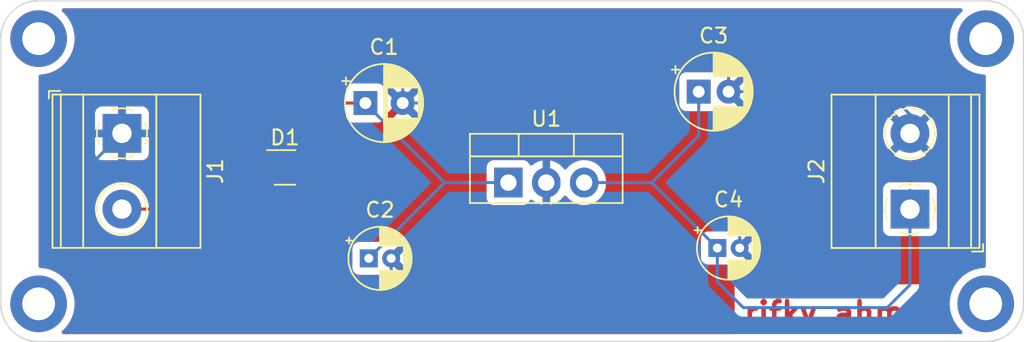
<source format=kicad_pcb>
(kicad_pcb (version 20211014) (generator pcbnew)
  (layers (0 "F.Cu" signal) (31 "B.Cu" signal) (34 "B.Paste" user) (35 "F.Paste" user) (36 "B.SilkS" user "B.Silkscreen") (37 "F.SilkS" user "F.Silkscreen") (38 "B.Mask" user) (39 "F.Mask" user) (44 "Edge.Cuts" user))
  (net 0 "")
  (net 1 "Net-(C1-Pad1)")
  (net 2 "GND")
  (net 3 "+5V")
  (net 4 "VCC")
  (footprint "MountingHole:MountingHole_2.2mm_M2_ISO14580_Pad" (layer "F.Cu") (at 134.62 66.04)
    (fp_text reference "H2" hide)
    (fp_text value "MountingHole" hide)
    (pad "1" thru_hole circle (at 0 0) (size 3.8 3.8) (drill 2.2) (layers *.Cu *.Mask))
  )
  (footprint "Capacitor_THT:CP_Radial_D5.0mm_P2.50mm" (layer "F.Cu") (at 93.028888 70.358)
    (fp_text reference "C1" (at 1.25 -3.75) (layer "F.SilkS"))
    (fp_text value "0.22 uF")
    (fp_line (start 3.851 -0.284) (end 3.851 0.284) (layer "F.SilkS") (width 0.12))
    (fp_line (start 2.171 -2.414) (end 2.171 -1.04) (layer "F.SilkS") (width 0.12))
    (fp_line (start 3.331 -1.554) (end 3.331 -1.04) (layer "F.SilkS") (width 0.12))
    (fp_line (start 2.531 -2.247) (end 2.531 -1.04) (layer "F.SilkS") (width 0.12))
    (fp_line (start 1.37 -2.578) (end 1.37 2.578) (layer "F.SilkS") (width 0.12))
    (fp_line (start 2.331 1.04) (end 2.331 2.348) (layer "F.SilkS") (width 0.12))
    (fp_line (start 1.57 1.04) (end 1.57 2.561) (layer "F.SilkS") (width 0.12))
    (fp_line (start 1.73 1.04) (end 1.73 2.536) (layer "F.SilkS") (width 0.12))
    (fp_line (start 1.69 1.04) (end 1.69 2.543) (layer "F.SilkS") (width 0.12))
    (fp_line (start 1.89 -2.501) (end 1.89 -1.04) (layer "F.SilkS") (width 0.12))
    (fp_line (start 1.77 1.04) (end 1.77 2.528) (layer "F.SilkS") (width 0.12))
    (fp_line (start 2.451 -2.29) (end 2.451 -1.04) (layer "F.SilkS") (width 0.12))
    (fp_line (start 1.93 -2.491) (end 1.93 -1.04) (layer "F.SilkS") (width 0.12))
    (fp_line (start 1.25 -2.58) (end 1.25 2.58) (layer "F.SilkS") (width 0.12))
    (fp_line (start 1.53 1.04) (end 1.53 2.565) (layer "F.SilkS") (width 0.12))
    (fp_line (start 2.371 -2.329) (end 2.371 -1.04) (layer "F.SilkS") (width 0.12))
    (fp_line (start 3.691 -0.915) (end 3.691 0.915) (layer "F.SilkS") (width 0.12))
    (fp_line (start 1.61 -2.556) (end 1.61 -1.04) (layer "F.SilkS") (width 0.12))
    (fp_line (start 2.611 1.04) (end 2.611 2.2) (layer "F.SilkS") (width 0.12))
    (fp_line (start 1.93 1.04) (end 1.93 2.491) (layer "F.SilkS") (width 0.12))
    (fp_line (start 3.491 -1.319) (end 3.491 -1.04) (layer "F.SilkS") (width 0.12))
    (fp_line (start 3.731 -0.805) (end 3.731 0.805) (layer "F.SilkS") (width 0.12))
    (fp_line (start 2.251 1.04) (end 2.251 2.382) (layer "F.SilkS") (width 0.12))
    (fp_line (start 2.131 -2.428) (end 2.131 -1.04) (layer "F.SilkS") (width 0.12))
    (fp_line (start 3.411 1.04) (end 3.411 1.443) (layer "F.SilkS") (width 0.12))
    (fp_line (start 1.85 1.04) (end 1.85 2.511) (layer "F.SilkS") (width 0.12))
    (fp_line (start 1.49 -2.569) (end 1.49 -1.04) (layer "F.SilkS") (width 0.12))
    (fp_line (start 3.531 -1.251) (end 3.531 -1.04) (layer "F.SilkS") (width 0.12))
    (fp_line (start 2.811 -2.065) (end 2.811 -1.04) (layer "F.SilkS") (width 0.12))
    (fp_line (start 2.451 1.04) (end 2.451 2.29) (layer "F.SilkS") (width 0.12))
    (fp_line (start 3.371 1.04) (end 3.371 1.5) (layer "F.SilkS") (width 0.12))
    (fp_line (start 2.571 1.04) (end 2.571 2.224) (layer "F.SilkS") (width 0.12))
    (fp_line (start 3.011 1.04) (end 3.011 1.901) (layer "F.SilkS") (width 0.12))
    (fp_line (start 2.731 1.04) (end 2.731 2.122) (layer "F.SilkS") (width 0.12))
    (fp_line (start 1.61 1.04) (end 1.61 2.556) (layer "F.SilkS") (width 0.12))
    (fp_line (start 2.211 -2.398) (end 2.211 -1.04) (layer "F.SilkS") (width 0.12))
    (fp_line (start 1.81 -2.52) (end 1.81 -1.04) (layer "F.SilkS") (width 0.12))
    (fp_line (start 2.011 1.04) (end 2.011 2.468) (layer "F.SilkS") (width 0.12))
    (fp_line (start 2.731 -2.122) (end 2.731 -1.04) (layer "F.SilkS") (width 0.12))
    (fp_line (start 3.571 -1.178) (end 3.571 1.178) (layer "F.SilkS") (width 0.12))
    (fp_line (start 3.211 1.04) (end 3.211 1.699) (layer "F.SilkS") (width 0.12))
    (fp_line (start 2.411 1.04) (end 2.411 2.31) (layer "F.SilkS") (width 0.12))
    (fp_line (start 2.491 1.04) (end 2.491 2.268) (layer "F.SilkS") (width 0.12))
    (fp_line (start 3.331 1.04) (end 3.331 1.554) (layer "F.SilkS") (width 0.12))
    (fp_line (start 3.371 -1.5) (end 3.371 -1.04) (layer "F.SilkS") (width 0.12))
    (fp_line (start 2.291 1.04) (end 2.291 2.365) (layer "F.SilkS") (width 0.12))
    (fp_line (start 1.33 -2.579) (end 1.33 2.579) (layer "F.SilkS") (width 0.12))
    (fp_line (start 2.171 1.04) (end 2.171 2.414) (layer "F.SilkS") (width 0.12))
    (fp_line (start 1.971 1.04) (end 1.971 2.48) (layer "F.SilkS") (width 0.12))
    (fp_line (start 3.011 -1.901) (end 3.011 -1.04) (layer "F.SilkS") (width 0.12))
    (fp_line (start 1.81 1.04) (end 1.81 2.52) (layer "F.SilkS") (width 0.12))
    (fp_line (start 3.291 -1.605) (end 3.291 -1.04) (layer "F.SilkS") (width 0.12))
    (fp_line (start 1.77 -2.528) (end 1.77 -1.04) (layer "F.SilkS") (width 0.12))
    (fp_line (start 1.41 -2.576) (end 1.41 2.576) (layer "F.SilkS") (width 0.12))
    (fp_line (start 3.771 -0.677) (end 3.771 0.677) (layer "F.SilkS") (width 0.12))
    (fp_line (start 2.771 1.04) (end 2.771 2.095) (layer "F.SilkS") (width 0.12))
    (fp_line (start 1.53 -2.565) (end 1.53 -1.04) (layer "F.SilkS") (width 0.12))
    (fp_line (start 1.89 1.04) (end 1.89 2.501) (layer "F.SilkS") (width 0.12))
    (fp_line (start 1.49 1.04) (end 1.49 2.569) (layer "F.SilkS") (width 0.12))
    (fp_line (start 3.211 -1.699) (end 3.211 -1.04) (layer "F.SilkS") (width 0.12))
    (fp_line (start 1.57 -2.561) (end 1.57 -1.04) (layer "F.SilkS") (width 0.12))
    (fp_line (start 3.491 1.04) (end 3.491 1.319) (layer "F.SilkS") (width 0.12))
    (fp_line (start 3.091 1.04) (end 3.091 1.826) (layer "F.SilkS") (width 0.12))
    (fp_line (start 2.131 1.04) (end 2.131 2.428) (layer "F.SilkS") (width 0.12))
    (fp_line (start 2.091 1.04) (end 2.091 2.442) (layer "F.SilkS") (width 0.12))
    (fp_line (start 3.051 1.04) (end 3.051 1.864) (layer "F.SilkS") (width 0.12))
    (fp_line (start 1.69 -2.543) (end 1.69 -1.04) (layer "F.SilkS") (width 0.12))
    (fp_line (start 3.451 1.04) (end 3.451 1.383) (layer "F.SilkS") (width 0.12))
    (fp_line (start 2.851 1.04) (end 2.851 2.035) (layer "F.SilkS") (width 0.12))
    (fp_line (start 3.131 -1.785) (end 3.131 -1.04) (layer "F.SilkS") (width 0.12))
    (fp_line (start 2.251 -2.382) (end 2.251 -1.04) (layer "F.SilkS") (width 0.12))
    (fp_line (start 2.931 -1.971) (end 2.931 -1.04) (layer "F.SilkS") (width 0.12))
    (fp_line (start 2.771 -2.095) (end 2.771 -1.04) (layer "F.SilkS") (width 0.12))
    (fp_line (start 2.091 -2.442) (end 2.091 -1.04) (layer "F.SilkS") (width 0.12))
    (fp_line (start 2.611 -2.2) (end 2.611 -1.04) (layer "F.SilkS") (width 0.12))
    (fp_line (start 2.531 1.04) (end 2.531 2.247) (layer "F.SilkS") (width 0.12))
    (fp_line (start 3.811 -0.518) (end 3.811 0.518) (layer "F.SilkS") (width 0.12))
    (fp_line (start 2.011 -2.468) (end 2.011 -1.04) (layer "F.SilkS") (width 0.12))
    (fp_line (start 1.65 1.04) (end 1.65 2.55) (layer "F.SilkS") (width 0.12))
    (fp_line (start 3.051 -1.864) (end 3.051 -1.04) (layer "F.SilkS") (width 0.12))
    (fp_line (start 3.131 1.04) (end 3.131 1.785) (layer "F.SilkS") (width 0.12))
    (fp_line (start 2.971 -1.937) (end 2.971 -1.04) (layer "F.SilkS") (width 0.12))
    (fp_line (start 3.251 -1.653) (end 3.251 -1.04) (layer "F.SilkS") (width 0.12))
    (fp_line (start 3.651 -1.011) (end 3.651 1.011) (layer "F.SilkS") (width 0.12))
    (fp_line (start 3.531 1.04) (end 3.531 1.251) (layer "F.SilkS") (width 0.12))
    (fp_line (start 1.73 -2.536) (end 1.73 -1.04) (layer "F.SilkS") (width 0.12))
    (fp_line (start 2.691 1.04) (end 2.691 2.149) (layer "F.SilkS") (width 0.12))
    (fp_line (start 2.931 1.04) (end 2.931 1.971) (layer "F.SilkS") (width 0.12))
    (fp_line (start 2.331 -2.348) (end 2.331 -1.04) (layer "F.SilkS") (width 0.12))
    (fp_line (start -1.304775 -1.725) (end -1.304775 -1.225) (layer "F.SilkS") (width 0.12))
    (fp_line (start 3.251 1.04) (end 3.251 1.653) (layer "F.SilkS") (width 0.12))
    (fp_line (start 2.051 -2.455) (end 2.051 -1.04) (layer "F.SilkS") (width 0.12))
    (fp_line (start 3.611 -1.098) (end 3.611 1.098) (layer "F.SilkS") (width 0.12))
    (fp_line (start 2.851 -2.035) (end 2.851 -1.04) (layer "F.SilkS") (width 0.12))
    (fp_line (start 3.451 -1.383) (end 3.451 -1.04) (layer "F.SilkS") (width 0.12))
    (fp_line (start 2.051 1.04) (end 2.051 2.455) (layer "F.SilkS") (width 0.12))
    (fp_line (start 3.091 -1.826) (end 3.091 -1.04) (layer "F.SilkS") (width 0.12))
    (fp_line (start 2.571 -2.224) (end 2.571 -1.04) (layer "F.SilkS") (width 0.12))
    (fp_line (start 3.171 -1.743) (end 3.171 -1.04) (layer "F.SilkS") (width 0.12))
    (fp_line (start 3.291 1.04) (end 3.291 1.605) (layer "F.SilkS") (width 0.12))
    (fp_line (start 2.651 1.04) (end 2.651 2.175) (layer "F.SilkS") (width 0.12))
    (fp_line (start 2.211 1.04) (end 2.211 2.398) (layer "F.SilkS") (width 0.12))
    (fp_line (start 2.811 1.04) (end 2.811 2.065) (layer "F.SilkS") (width 0.12))
    (fp_line (start 1.971 -2.48) (end 1.971 -1.04) (layer "F.SilkS") (width 0.12))
    (fp_line (start 3.411 -1.443) (end 3.411 -1.04) (layer "F.SilkS") (width 0.12))
    (fp_line (start 1.45 -2.573) (end 1.45 2.573) (layer "F.SilkS") (width 0.12))
    (fp_line (start 2.691 -2.149) (end 2.691 -1.04) (layer "F.SilkS") (width 0.12))
    (fp_line (start -1.554775 -1.475) (end -1.054775 -1.475) (layer "F.SilkS") (width 0.12))
    (fp_line (start 1.65 -2.55) (end 1.65 -1.04) (layer "F.SilkS") (width 0.12))
    (fp_line (start 2.651 -2.175) (end 2.651 -1.04) (layer "F.SilkS") (width 0.12))
    (fp_line (start 2.291 -2.365) (end 2.291 -1.04) (layer "F.SilkS") (width 0.12))
    (fp_line (start 2.891 1.04) (end 2.891 2.004) (layer "F.SilkS") (width 0.12))
    (fp_line (start 1.85 -2.511) (end 1.85 -1.04) (layer "F.SilkS") (width 0.12))
    (fp_line (start 1.29 -2.58) (end 1.29 2.58) (layer "F.SilkS") (width 0.12))
    (fp_line (start 2.411 -2.31) (end 2.411 -1.04) (layer "F.SilkS") (width 0.12))
    (fp_line (start 2.971 1.04) (end 2.971 1.937) (layer "F.SilkS") (width 0.12))
    (fp_line (start 2.491 -2.268) (end 2.491 -1.04) (layer "F.SilkS") (width 0.12))
    (fp_line (start 2.371 1.04) (end 2.371 2.329) (layer "F.SilkS") (width 0.12))
    (fp_line (start 3.171 1.04) (end 3.171 1.743) (layer "F.SilkS") (width 0.12))
    (fp_line (start 2.891 -2.004) (end 2.891 -1.04) (layer "F.SilkS") (width 0.12))
    (fp_circle (center 1.25 0) (end 3.87 0) (layer "F.SilkS") (width 0.12) (fill none))
    (pad "1" thru_hole rect (at 0 0) (size 1.6 1.6) (drill 0.8) (layers *.Cu *.Mask) (net 1 "Net-(C1-Pad1)"))
    (pad "2" thru_hole circle (at 2.5 0) (size 1.6 1.6) (drill 0.8) (layers *.Cu *.Mask) (net 2 "GND"))
  )
  (footprint "Package_TO_SOT_THT:TO-220-3_Vertical" (layer "F.Cu") (at 102.616 75.692)
    (fp_text reference "U1" (at 2.54 -4.27) (layer "F.SilkS"))
    (fp_text value "LM7805_TO220")
    (fp_line (start -2.58 1.371) (end 7.66 1.371) (layer "F.SilkS") (width 0.12))
    (fp_line (start -2.58 -3.27) (end 7.66 -3.27) (layer "F.SilkS") (width 0.12))
    (fp_line (start -2.58 -1.76) (end 7.66 -1.76) (layer "F.SilkS") (width 0.12))
    (fp_line (start 0.69 -3.27) (end 0.69 -1.76) (layer "F.SilkS") (width 0.12))
    (fp_line (start 4.391 -3.27) (end 4.391 -1.76) (layer "F.SilkS") (width 0.12))
    (fp_line (start 7.66 -3.27) (end 7.66 1.371) (layer "F.SilkS") (width 0.12))
    (fp_line (start -2.58 -3.27) (end -2.58 1.371) (layer "F.SilkS") (width 0.12))
    (pad "1" thru_hole rect (at 0 0) (size 1.905 2) (drill 1.1) (layers *.Cu *.Mask) (net 1 "Net-(C1-Pad1)"))
    (pad "2" thru_hole oval (at 2.54 0) (size 1.905 2) (drill 1.1) (layers *.Cu *.Mask) (net 2 "GND"))
    (pad "3" thru_hole oval (at 5.08 0) (size 1.905 2) (drill 1.1) (layers *.Cu *.Mask) (net 3 "+5V"))
  )
  (footprint "TerminalBlock_Phoenix:TerminalBlock_Phoenix_MKDS-1,5-2-5.08_1x02_P5.08mm_Horizontal" (layer "F.Cu") (at 76.708 72.39 -90)
    (fp_text reference "J1" (at 2.54 -6.26 90) (layer "F.SilkS"))
    (fp_text value "Screw_Terminal_01x02")
    (fp_line (start -2.84 4.9) (end -2.34 4.9) (layer "F.SilkS") (width 0.12))
    (fp_line (start -2.6 4.66) (end 7.68 4.66) (layer "F.SilkS") (width 0.12))
    (fp_line (start 4.046 1.239) (end 4.011 1.274) (layer "F.SilkS") (width 0.12))
    (fp_line (start 6.355 -1.069) (end 6.308 -1.023) (layer "F.SilkS") (width 0.12))
    (fp_line (start -2.84 4.16) (end -2.84 4.9) (layer "F.SilkS") (width 0.12))
    (fp_line (start 7.68 -5.261) (end 7.68 4.66) (layer "F.SilkS") (width 0.12))
    (fp_line (start -2.6 -5.261) (end -2.6 4.66) (layer "F.SilkS") (width 0.12))
    (fp_line (start -2.6 4.1) (end 7.68 4.1) (layer "F.SilkS") (width 0.12))
    (fp_line (start -2.6 -5.261) (end 7.68 -5.261) (layer "F.SilkS") (width 0.12))
    (fp_line (start 6.15 -1.275) (end 6.115 -1.239) (layer "F.SilkS") (width 0.12))
    (fp_line (start 3.853 1.023) (end 3.806 1.069) (layer "F.SilkS") (width 0.12))
    (fp_line (start -2.6 -2.301) (end 7.68 -2.301) (layer "F.SilkS") (width 0.12))
    (fp_line (start -2.6 2.6) (end 7.68 2.6) (layer "F.SilkS") (width 0.12))
    (fp_arc (start -0.683042 -1.535427) (mid 0.000524 -1.680501) (end 0.684 -1.535) (layer "F.SilkS") (width 0.12))
    (fp_arc (start 0.028805 1.680253) (mid -0.335551 1.646659) (end -0.684 1.535) (layer "F.SilkS") (width 0.12))
    (fp_arc (start 0.683318 1.534756) (mid 0.349292 1.643288) (end 0 1.68) (layer "F.SilkS") (width 0.12))
    (fp_arc (start 1.535427 -0.683042) (mid 1.680501 0.000524) (end 1.535 0.684) (layer "F.SilkS") (width 0.12))
    (fp_arc (start -1.535427 0.683042) (mid -1.680501 -0.000524) (end -1.535 -0.684) (layer "F.SilkS") (width 0.12))
    (fp_circle (center 5.08 0) (end 6.76 0) (layer "F.SilkS") (width 0.12) (fill none))
    (pad "1" thru_hole rect (at 0 0 270) (size 2.6 2.6) (drill 1.3) (layers *.Cu *.Mask) (net 2 "GND"))
    (pad "2" thru_hole circle (at 5.08 0 270) (size 2.6 2.6) (drill 1.3) (layers *.Cu *.Mask) (net 4 "VCC"))
  )
  (footprint "MountingHole:MountingHole_2.2mm_M2_ISO14580_Pad" (layer "F.Cu") (at 134.62 83.82)
    (fp_text reference "H3" hide)
    (fp_text value "MountingHole" hide)
    (pad "1" thru_hole circle (at 0 0) (size 3.8 3.8) (drill 2.2) (layers *.Cu *.Mask))
  )
  (footprint "MountingHole:MountingHole_2.2mm_M2_ISO14580_Pad" (layer "F.Cu") (at 71.12 66.04)
    (fp_text reference "H4" hide)
    (fp_text value "MountingHole" hide)
    (pad "1" thru_hole circle (at 0 0) (size 3.8 3.8) (drill 2.2) (layers *.Cu *.Mask))
  )
  (footprint "Capacitor_THT:CP_Radial_D5.0mm_P2.00mm" (layer "F.Cu") (at 115.376888 69.596)
    (fp_text reference "C3" (at 1 -3.75) (layer "F.SilkS"))
    (fp_text value "0.22 uF")
    (fp_line (start 1.841 1.04) (end 1.841 2.442) (layer "F.SilkS") (width 0.12))
    (fp_line (start 2.441 1.04) (end 2.441 2.149) (layer "F.SilkS") (width 0.12))
    (fp_line (start 2.481 -2.122) (end 2.481 -1.04) (layer "F.SilkS") (width 0.12))
    (fp_line (start 3.241 -1.319) (end 3.241 1.319) (layer "F.SilkS") (width 0.12))
    (fp_line (start 3.441 -0.915) (end 3.441 0.915) (layer "F.SilkS") (width 0.12))
    (fp_line (start 1.12 -2.578) (end 1.12 -1.04) (layer "F.SilkS") (width 0.12))
    (fp_line (start 1.68 1.04) (end 1.68 2.491) (layer "F.SilkS") (width 0.12))
    (fp_line (start 1.68 -2.491) (end 1.68 -1.04) (layer "F.SilkS") (width 0.12))
    (fp_line (start 2.881 1.04) (end 2.881 1.785) (layer "F.SilkS") (width 0.12))
    (fp_line (start 1.08 -2.579) (end 1.08 -1.04) (layer "F.SilkS") (width 0.12))
    (fp_line (start 2.881 -1.785) (end 2.881 -1.04) (layer "F.SilkS") (width 0.12))
    (fp_line (start 1.52 -2.528) (end 1.52 -1.04) (layer "F.SilkS") (width 0.12))
    (fp_line (start 3.201 -1.383) (end 3.201 1.383) (layer "F.SilkS") (width 0.12))
    (fp_line (start 3.041 -1.605) (end 3.041 1.605) (layer "F.SilkS") (width 0.12))
    (fp_line (start 2.281 1.04) (end 2.281 2.247) (layer "F.SilkS") (width 0.12))
    (fp_line (start 1.16 -2.576) (end 1.16 -1.04) (layer "F.SilkS") (width 0.12))
    (fp_line (start 3.001 1.04) (end 3.001 1.653) (layer "F.SilkS") (width 0.12))
    (fp_line (start 2.721 -1.937) (end 2.721 -1.04) (layer "F.SilkS") (width 0.12))
    (fp_line (start 2.321 1.04) (end 2.321 2.224) (layer "F.SilkS") (width 0.12))
    (fp_line (start 1.64 1.04) (end 1.64 2.501) (layer "F.SilkS") (width 0.12))
    (fp_line (start 2.361 1.04) (end 2.361 2.2) (layer "F.SilkS") (width 0.12))
    (fp_line (start 1.921 -2.414) (end 1.921 -1.04) (layer "F.SilkS") (width 0.12))
    (fp_line (start 1.36 1.04) (end 1.36 2.556) (layer "F.SilkS") (width 0.12))
    (fp_line (start 2.121 1.04) (end 2.121 2.329) (layer "F.SilkS") (width 0.12))
    (fp_line (start 1.801 -2.455) (end 1.801 -1.04) (layer "F.SilkS") (width 0.12))
    (fp_line (start 2.921 -1.743) (end 2.921 -1.04) (layer "F.SilkS") (width 0.12))
    (fp_line (start 1.36 -2.556) (end 1.36 -1.04) (layer "F.SilkS") (width 0.12))
    (fp_line (start 2.241 -2.268) (end 2.241 -1.04) (layer "F.SilkS") (width 0.12))
    (fp_line (start 1.12 1.04) (end 1.12 2.578) (layer "F.SilkS") (width 0.12))
    (fp_line (start 1.881 -2.428) (end 1.881 -1.04) (layer "F.SilkS") (width 0.12))
    (fp_line (start 1.32 1.04) (end 1.32 2.561) (layer "F.SilkS") (width 0.12))
    (fp_line (start 2.961 1.04) (end 2.961 1.699) (layer "F.SilkS") (width 0.12))
    (fp_line (start 1.921 1.04) (end 1.921 2.414) (layer "F.SilkS") (width 0.12))
    (fp_line (start 2.641 -2.004) (end 2.641 -1.04) (layer "F.SilkS") (width 0.12))
    (fp_line (start 1.08 1.04) (end 1.08 2.579) (layer "F.SilkS") (width 0.12))
    (fp_line (start 3.361 -1.098) (end 3.361 1.098) (layer "F.SilkS") (width 0.12))
    (fp_line (start 1.44 1.04) (end 1.44 2.543) (layer "F.SilkS") (width 0.12))
    (fp_line (start 1.2 1.04) (end 1.2 2.573) (layer "F.SilkS") (width 0.12))
    (fp_line (start 1 -2.58) (end 1 -1.04) (layer "F.SilkS") (width 0.12))
    (fp_line (start 2.121 -2.329) (end 2.121 -1.04) (layer "F.SilkS") (width 0.12))
    (fp_line (start 2.041 1.04) (end 2.041 2.365) (layer "F.SilkS") (width 0.12))
    (fp_line (start 2.361 -2.2) (end 2.361 -1.04) (layer "F.SilkS") (width 0.12))
    (fp_line (start 2.401 -2.175) (end 2.401 -1.04) (layer "F.SilkS") (width 0.12))
    (fp_line (start 3.281 -1.251) (end 3.281 1.251) (layer "F.SilkS") (width 0.12))
    (fp_line (start 2.561 1.04) (end 2.561 2.065) (layer "F.SilkS") (width 0.12))
    (fp_line (start 1.6 1.04) (end 1.6 2.511) (layer "F.SilkS") (width 0.12))
    (fp_line (start 2.241 1.04) (end 2.241 2.268) (layer "F.SilkS") (width 0.12))
    (fp_line (start 1.16 1.04) (end 1.16 2.576) (layer "F.SilkS") (width 0.12))
    (fp_line (start 1.761 1.04) (end 1.761 2.468) (layer "F.SilkS") (width 0.12))
    (fp_line (start 2.601 1.04) (end 2.601 2.035) (layer "F.SilkS") (width 0.12))
    (fp_line (start 2.641 1.04) (end 2.641 2.004) (layer "F.SilkS") (width 0.12))
    (fp_line (start 2.281 -2.247) (end 2.281 -1.04) (layer "F.SilkS") (width 0.12))
    (fp_line (start 3.401 -1.011) (end 3.401 1.011) (layer "F.SilkS") (width 0.12))
    (fp_line (start 1.24 1.04) (end 1.24 2.569) (layer "F.SilkS") (width 0.12))
    (fp_line (start 2.161 1.04) (end 2.161 2.31) (layer "F.SilkS") (width 0.12))
    (fp_line (start 1.04 1.04) (end 1.04 2.58) (layer "F.SilkS") (width 0.12))
    (fp_line (start 2.721 1.04) (end 2.721 1.937) (layer "F.SilkS") (width 0.12))
    (fp_line (start 1.64 -2.501) (end 1.64 -1.04) (layer "F.SilkS") (width 0.12))
    (fp_line (start 2.921 1.04) (end 2.921 1.743) (layer "F.SilkS") (width 0.12))
    (fp_line (start 3.161 -1.443) (end 3.161 1.443) (layer "F.SilkS") (width 0.12))
    (fp_line (start 2.161 -2.31) (end 2.161 -1.04) (layer "F.SilkS") (width 0.12))
    (fp_line (start 2.481 1.04) (end 2.481 2.122) (layer "F.SilkS") (width 0.12))
    (fp_line (start -1.804775 -1.475) (end -1.304775 -1.475) (layer "F.SilkS") (width 0.12))
    (fp_line (start 1.48 -2.536) (end 1.48 -1.04) (layer "F.SilkS") (width 0.12))
    (fp_line (start 3.321 -1.178) (end 3.321 1.178) (layer "F.SilkS") (width 0.12))
    (fp_line (start 2.801 -1.864) (end 2.801 -1.04) (layer "F.SilkS") (width 0.12))
    (fp_line (start 2.601 -2.035) (end 2.601 -1.04) (layer "F.SilkS") (width 0.12))
    (fp_line (start 1.4 -2.55) (end 1.4 -1.04) (layer "F.SilkS") (width 0.12))
    (fp_line (start 2.681 1.04) (end 2.681 1.971) (layer "F.SilkS") (width 0.12))
    (fp_line (start 1.04 -2.58) (end 1.04 -1.04) (layer "F.SilkS") (width 0.12))
    (fp_line (start 1.28 1.04) (end 1.28 2.565) (layer "F.SilkS") (width 0.12))
    (fp_line (start 2.441 -2.149) (end 2.441 -1.04) (layer "F.SilkS") (width 0.12))
    (fp_line (start 2.961 -1.699) (end 2.961 -1.04) (layer "F.SilkS") (width 0.12))
    (fp_line (start 1.961 1.04) (end 1.961 2.398) (layer "F.SilkS") (width 0.12))
    (fp_line (start 1.801 1.04) (end 1.801 2.455) (layer "F.SilkS") (width 0.12))
    (fp_line (start 1 1.04) (end 1 2.58) (layer "F.SilkS") (width 0.12))
    (fp_line (start 1.6 -2.511) (end 1.6 -1.04) (layer "F.SilkS") (width 0.12))
    (fp_line (start 2.761 1.04) (end 2.761 1.901) (layer "F.SilkS") (width 0.12))
    (fp_line (start 1.2 -2.573) (end 1.2 -1.04) (layer "F.SilkS") (width 0.12))
    (fp_line (start 1.721 1.04) (end 1.721 2.48) (layer "F.SilkS") (width 0.12))
    (fp_line (start 2.041 -2.365) (end 2.041 -1.04) (layer "F.SilkS") (width 0.12))
    (fp_line (start 2.081 -2.348) (end 2.081 -1.04) (layer "F.SilkS") (width 0.12))
    (fp_line (start 1.56 1.04) (end 1.56 2.52) (layer "F.SilkS") (width 0.12))
    (fp_line (start -1.554775 -1.725) (end -1.554775 -1.225) (layer "F.SilkS") (width 0.12))
    (fp_line (start 2.201 -2.29) (end 2.201 -1.04) (layer "F.SilkS") (width 0.12))
    (fp_line (start 2.561 -2.065) (end 2.561 -1.04) (layer "F.SilkS") (width 0.12))
    (fp_line (start 2.521 -2.095) (end 2.521 -1.04) (layer "F.SilkS") (width 0.12))
    (fp_line (start 3.521 -0.677) (end 3.521 0.677) (layer "F.SilkS") (width 0.12))
    (fp_line (start 1.24 -2.569) (end 1.24 -1.04) (layer "F.SilkS") (width 0.12))
    (fp_line (start 2.401 1.04) (end 2.401 2.175) (layer "F.SilkS") (width 0.12))
    (fp_line (start 2.681 -1.971) (end 2.681 -1.04) (layer "F.SilkS") (width 0.12))
    (fp_line (start 3.121 -1.5) (end 3.121 1.5) (layer "F.SilkS") (width 0.12))
    (fp_line (start 2.321 -2.224) (end 2.321 -1.04) (layer "F.SilkS") (width 0.12))
    (fp_line (start 2.761 -1.901) (end 2.761 -1.04) (layer "F.SilkS") (width 0.12))
    (fp_line (start 3.081 -1.554) (end 3.081 1.554) (layer "F.SilkS") (width 0.12))
    (fp_line (start 3.481 -0.805) (end 3.481 0.805) (layer "F.SilkS") (width 0.12))
    (fp_line (start 2.001 -2.382) (end 2.001 -1.04) (layer "F.SilkS") (width 0.12))
    (fp_line (start 2.001 1.04) (end 2.001 2.382) (layer "F.SilkS") (width 0.12))
    (fp_line (start 3.561 -0.518) (end 3.561 0.518) (layer "F.SilkS") (width 0.12))
    (fp_line (start 2.841 -1.826) (end 2.841 -1.04) (layer "F.SilkS") (width 0.12))
    (fp_line (start 1.961 -2.398) (end 1.961 -1.04) (layer "F.SilkS") (width 0.12))
    (fp_line (start 1.48 1.04) (end 1.48 2.536) (layer "F.SilkS") (width 0.12))
    (fp_line (start 1.761 -2.468) (end 1.761 -1.04) (layer "F.SilkS") (width 0.12))
    (fp_line (start 3.001 -1.653) (end 3.001 -1.04) (layer "F.SilkS") (width 0.12))
    (fp_line (start 1.56 -2.52) (end 1.56 -1.04) (layer "F.SilkS") (width 0.12))
    (fp_line (start 2.521 1.04) (end 2.521 2.095) (layer "F.SilkS") (width 0.12))
    (fp_line (start 1.841 -2.442) (end 1.841 -1.04) (layer "F.SilkS") (width 0.12))
    (fp_line (start 2.081 1.04) (end 2.081 2.348) (layer "F.SilkS") (width 0.12))
    (fp_line (start 1.44 -2.543) (end 1.44 -1.04) (layer "F.SilkS") (width 0.12))
    (fp_line (start 2.841 1.04) (end 2.841 1.826) (layer "F.SilkS") (width 0.12))
    (fp_line (start 1.28 -2.565) (end 1.28 -1.04) (layer "F.SilkS") (width 0.12))
    (fp_line (start 1.52 1.04) (end 1.52 2.528) (layer "F.SilkS") (width 0.12))
    (fp_line (start 1.32 -2.561) (end 1.32 -1.04) (layer "F.SilkS") (width 0.12))
    (fp_line (start 2.201 1.04) (end 2.201 2.29) (layer "F.SilkS") (width 0.12))
    (fp_line (start 3.601 -0.284) (end 3.601 0.284) (layer "F.SilkS") (width 0.12))
    (fp_line (start 1.4 1.04) (end 1.4 2.55) (layer "F.SilkS") (width 0.12))
    (fp_line (start 1.721 -2.48) (end 1.721 -1.04) (layer "F.SilkS") (width 0.12))
    (fp_line (start 2.801 1.04) (end 2.801 1.864) (layer "F.SilkS") (width 0.12))
    (fp_line (start 1.881 1.04) (end 1.881 2.428) (layer "F.SilkS") (width 0.12))
    (fp_circle (center 1 0) (end 3.62 0) (layer "F.SilkS") (width 0.12) (fill none))
    (pad "1" thru_hole rect (at 0 0) (size 1.6 1.6) (drill 0.8) (layers *.Cu *.Mask) (net 3 "+5V"))
    (pad "2" thru_hole circle (at 2 0) (size 1.6 1.6) (drill 0.8) (layers *.Cu *.Mask) (net 2 "GND"))
  )
  (footprint "Capacitor_THT:CP_Radial_D4.0mm_P1.50mm" (layer "F.Cu") (at 93.257401 80.772)
    (fp_text reference "C2" (at 0.75 -3.25) (layer "F.SilkS"))
    (fp_text value "0.1 uF")
    (fp_line (start 1.911 -1.735) (end 1.911 -0.84) (layer "F.SilkS") (width 0.12))
    (fp_line (start 2.511 -1.142) (end 2.511 1.142) (layer "F.SilkS") (width 0.12))
    (fp_line (start 2.711 -0.768) (end 2.711 0.768) (layer "F.SilkS") (width 0.12))
    (fp_line (start 1.35 -1.994) (end 1.35 -0.84) (layer "F.SilkS") (width 0.12))
    (fp_line (start 2.751 -0.664) (end 2.751 0.664) (layer "F.SilkS") (width 0.12))
    (fp_line (start 0.99 0.84) (end 0.99 2.067) (layer "F.SilkS") (width 0.12))
    (fp_line (start 1.711 0.84) (end 1.711 1.851) (layer "F.SilkS") (width 0.12))
    (fp_line (start 2.431 -1.254) (end 2.431 1.254) (layer "F.SilkS") (width 0.12))
    (fp_line (start 2.071 -1.619) (end 2.071 -0.84) (layer "F.SilkS") (width 0.12))
    (fp_line (start 0.79 0.84) (end 0.79 2.08) (layer "F.SilkS") (width 0.12))
    (fp_line (start 2.791 -0.537) (end 2.791 0.537) (layer "F.SilkS") (width 0.12))
    (fp_line (start 1.871 0.84) (end 1.871 1.76) (layer "F.SilkS") (width 0.12))
    (fp_line (start 0.95 0.84) (end 0.95 2.071) (layer "F.SilkS") (width 0.12))
    (fp_line (start 2.151 0.84) (end 2.151 1.552) (layer "F.SilkS") (width 0.12))
    (fp_line (start 0.99 -2.067) (end 0.99 -0.84) (layer "F.SilkS") (width 0.12))
    (fp_line (start 2.591 -1.013) (end 2.591 1.013) (layer "F.SilkS") (width 0.12))
    (fp_line (start 2.311 -1.396) (end 2.311 -0.84) (layer "F.SilkS") (width 0.12))
    (fp_line (start 1.471 -1.954) (end 1.471 -0.84) (layer "F.SilkS") (width 0.12))
    (fp_line (start 2.631 -0.94) (end 2.631 0.94) (layer "F.SilkS") (width 0.12))
    (fp_line (start 1.23 0.84) (end 1.23 2.025) (layer "F.SilkS") (width 0.12))
    (fp_line (start 1.671 0.84) (end 1.671 1.87) (layer "F.SilkS") (width 0.12))
    (fp_line (start 2.191 -1.516) (end 2.191 -0.84) (layer "F.SilkS") (width 0.12))
    (fp_line (start 1.31 0.84) (end 1.31 2.005) (layer "F.SilkS") (width 0.12))
    (fp_line (start 1.631 0.84) (end 1.631 1.889) (layer "F.SilkS") (width 0.12))
    (fp_line (start 0.87 -2.077) (end 0.87 -0.84) (layer "F.SilkS") (width 0.12))
    (fp_line (start 1.951 0.84) (end 1.951 1.708) (layer "F.SilkS") (width 0.12))
    (fp_line (start 1.11 0.84) (end 1.11 2.05) (layer "F.SilkS") (width 0.12))
    (fp_line (start 0.91 0.84) (end 0.91 2.074) (layer "F.SilkS") (width 0.12))
    (fp_line (start 1.831 -1.785) (end 1.831 -0.84) (layer "F.SilkS") (width 0.12))
    (fp_line (start -1.319801 -1.395) (end -1.319801 -0.995) (layer "F.SilkS") (width 0.12))
    (fp_line (start 1.15 0.84) (end 1.15 2.042) (layer "F.SilkS") (width 0.12))
    (fp_line (start 2.031 0.84) (end 2.031 1.65) (layer "F.SilkS") (width 0.12))
    (fp_line (start 1.27 0.84) (end 1.27 2.016) (layer "F.SilkS") (width 0.12))
    (fp_line (start 0.83 0.84) (end 0.83 2.079) (layer "F.SilkS") (width 0.12))
    (fp_line (start 1.511 -1.94) (end 1.511 -0.84) (layer "F.SilkS") (width 0.12))
    (fp_line (start 1.11 -2.05) (end 1.11 -0.84) (layer "F.SilkS") (width 0.12))
    (fp_line (start 1.631 -1.889) (end 1.631 -0.84) (layer "F.SilkS") (width 0.12))
    (fp_line (start 1.07 0.84) (end 1.07 2.056) (layer "F.SilkS") (width 0.12))
    (fp_line (start 0.91 -2.074) (end 0.91 -0.84) (layer "F.SilkS") (width 0.12))
    (fp_line (start 2.271 -1.438) (end 2.271 -0.84) (layer "F.SilkS") (width 0.12))
    (fp_line (start 2.271 0.84) (end 2.271 1.438) (layer "F.SilkS") (width 0.12))
    (fp_line (start 2.551 -1.08) (end 2.551 1.08) (layer "F.SilkS") (width 0.12))
    (fp_line (start 1.551 -1.924) (end 1.551 -0.84) (layer "F.SilkS") (width 0.12))
    (fp_line (start 0.75 0.84) (end 0.75 2.08) (layer "F.SilkS") (width 0.12))
    (fp_line (start 1.35 0.84) (end 1.35 1.994) (layer "F.SilkS") (width 0.12))
    (fp_line (start 1.791 0.84) (end 1.791 1.808) (layer "F.SilkS") (width 0.12))
    (fp_line (start 1.591 -1.907) (end 1.591 -0.84) (layer "F.SilkS") (width 0.12))
    (fp_line (start 1.591 0.84) (end 1.591 1.907) (layer "F.SilkS") (width 0.12))
    (fp_line (start 2.071 0.84) (end 2.071 1.619) (layer "F.SilkS") (width 0.12))
    (fp_line (start 1.471 0.84) (end 1.471 1.954) (layer "F.SilkS") (width 0.12))
    (fp_line (start 2.671 -0.859) (end 2.671 0.859) (layer "F.SilkS") (width 0.12))
    (fp_line (start 1.751 -1.83) (end 1.751 -0.84) (layer "F.SilkS") (width 0.12))
    (fp_line (start 1.511 0.84) (end 1.511 1.94) (layer "F.SilkS") (width 0.12))
    (fp_line (start 1.991 0.84) (end 1.991 1.68) (layer "F.SilkS") (width 0.12))
    (fp_line (start 2.471 -1.2) (end 2.471 1.2) (layer "F.SilkS") (width 0.12))
    (fp_line (start 2.111 0.84) (end 2.111 1.587) (layer "F.SilkS") (width 0.12))
    (fp_line (start 1.711 -1.851) (end 1.711 -0.84) (layer "F.SilkS") (width 0.12))
    (fp_line (start 1.671 -1.87) (end 1.671 -0.84) (layer "F.SilkS") (width 0.12))
    (fp_line (start 2.031 -1.65) (end 2.031 -0.84) (layer "F.SilkS") (width 0.12))
    (fp_line (start 1.831 0.84) (end 1.831 1.785) (layer "F.SilkS") (width 0.12))
    (fp_line (start 1.15 -2.042) (end 1.15 -0.84) (layer "F.SilkS") (width 0.12))
    (fp_line (start 1.23 -2.025) (end 1.23 -0.84) (layer "F.SilkS") (width 0.12))
    (fp_line (start 1.27 -2.016) (end 1.27 -0.84) (layer "F.SilkS") (width 0.12))
    (fp_line (start 1.751 0.84) (end 1.751 1.83) (layer "F.SilkS") (width 0.12))
    (fp_line (start 0.87 0.84) (end 0.87 2.077) (layer "F.SilkS") (width 0.12))
    (fp_line (start 1.31 -2.005) (end 1.31 -0.84) (layer "F.SilkS") (width 0.12))
    (fp_line (start 1.03 -2.062) (end 1.03 -0.84) (layer "F.SilkS") (width 0.12))
    (fp_line (start -1.519801 -1.195) (end -1.119801 -1.195) (layer "F.SilkS") (width 0.12))
    (fp_line (start 2.111 -1.587) (end 2.111 -0.84) (layer "F.SilkS") (width 0.12))
    (fp_line (start 0.75 -2.08) (end 0.75 -0.84) (layer "F.SilkS") (width 0.12))
    (fp_line (start 1.39 0.84) (end 1.39 1.982) (layer "F.SilkS") (width 0.12))
    (fp_line (start 2.391 -1.304) (end 2.391 1.304) (layer "F.SilkS") (width 0.12))
    (fp_line (start 0.83 -2.079) (end 0.83 -0.84) (layer "F.SilkS") (width 0.12))
    (fp_line (start 1.911 0.84) (end 1.911 1.735) (layer "F.SilkS") (width 0.12))
    (fp_line (start 2.231 -1.478) (end 2.231 -0.84) (layer "F.SilkS") (width 0.12))
    (fp_line (start 1.991 -1.68) (end 1.991 -0.84) (layer "F.SilkS") (width 0.12))
    (fp_line (start 2.231 0.84) (end 2.231 1.478) (layer "F.SilkS") (width 0.12))
    (fp_line (start 1.43 -1.968) (end 1.43 -0.84) (layer "F.SilkS") (width 0.12))
    (fp_line (start 2.191 0.84) (end 2.191 1.516) (layer "F.SilkS") (width 0.12))
    (fp_line (start 2.311 0.84) (end 2.311 1.396) (layer "F.SilkS") (width 0.12))
    (fp_line (start 1.551 0.84) (end 1.551 1.924) (layer "F.SilkS") (width 0.12))
    (fp_line (start 0.79 -2.08) (end 0.79 -0.84) (layer "F.SilkS") (width 0.12))
    (fp_line (start 1.19 -2.034) (end 1.19 -0.84) (layer "F.SilkS") (width 0.12))
    (fp_line (start 1.07 -2.056) (end 1.07 -0.84) (layer "F.SilkS") (width 0.12))
    (fp_line (start 1.871 -1.76) (end 1.871 -0.84) (layer "F.SilkS") (width 0.12))
    (fp_line (start 1.39 -1.982) (end 1.39 -0.84) (layer "F.SilkS") (width 0.12))
    (fp_line (start 1.19 0.84) (end 1.19 2.034) (layer "F.SilkS") (width 0.12))
    (fp_line (start 1.43 0.84) (end 1.43 1.968) (layer "F.SilkS") (width 0.12))
    (fp_line (start 0.95 -2.071) (end 0.95 -0.84) (layer "F.SilkS") (width 0.12))
    (fp_line (start 2.351 -1.351) (end 2.351 1.351) (layer "F.SilkS") (width 0.12))
    (fp_line (start 2.151 -1.552) (end 2.151 -0.84) (layer "F.SilkS") (width 0.12))
    (fp_line (start 1.951 -1.708) (end 1.951 -0.84) (layer "F.SilkS") (width 0.12))
    (fp_line (start 1.03 0.84) (end 1.03 2.062) (layer "F.SilkS") (width 0.12))
    (fp_line (start 2.831 -0.37) (end 2.831 0.37) (layer "F.SilkS") (width 0.12))
    (fp_line (start 1.791 -1.808) (end 1.791 -0.84) (layer "F.SilkS") (width 0.12))
    (fp_circle (center 0.75 0) (end 2.87 0) (layer "F.SilkS") (width 0.12) (fill none))
    (pad "1" thru_hole rect (at 0 0) (size 1.2 1.2) (drill 0.6) (layers *.Cu *.Mask) (net 1 "Net-(C1-Pad1)"))
    (pad "2" thru_hole circle (at 1.5 0) (size 1.2 1.2) (drill 0.6) (layers *.Cu *.Mask) (net 2 "GND"))
  )
  (footprint "TerminalBlock_Phoenix:TerminalBlock_Phoenix_MKDS-1,5-2-5.08_1x02_P5.08mm_Horizontal" (layer "F.Cu") (at 129.54 77.475 90)
    (fp_text reference "J2" (at 2.54 -6.26 90) (layer "F.SilkS"))
    (fp_text value "Screw_Terminal_01x02")
    (fp_line (start -2.6 -5.261) (end -2.6 4.66) (layer "F.SilkS") (width 0.12))
    (fp_line (start -2.6 4.1) (end 7.68 4.1) (layer "F.SilkS") (width 0.12))
    (fp_line (start -2.6 -5.261) (end 7.68 -5.261) (layer "F.SilkS") (width 0.12))
    (fp_line (start -2.84 4.16) (end -2.84 4.9) (layer "F.SilkS") (width 0.12))
    (fp_line (start 6.355 -1.069) (end 6.308 -1.023) (layer "F.SilkS") (width 0.12))
    (fp_line (start -2.6 -2.301) (end 7.68 -2.301) (layer "F.SilkS") (width 0.12))
    (fp_line (start -2.84 4.9) (end -2.34 4.9) (layer "F.SilkS") (width 0.12))
    (fp_line (start 6.15 -1.275) (end 6.115 -1.239) (layer "F.SilkS") (width 0.12))
    (fp_line (start 7.68 -5.261) (end 7.68 4.66) (layer "F.SilkS") (width 0.12))
    (fp_line (start 3.853 1.023) (end 3.806 1.069) (layer "F.SilkS") (width 0.12))
    (fp_line (start 4.046 1.239) (end 4.011 1.274) (layer "F.SilkS") (width 0.12))
    (fp_line (start -2.6 2.6) (end 7.68 2.6) (layer "F.SilkS") (width 0.12))
    (fp_line (start -2.6 4.66) (end 7.68 4.66) (layer "F.SilkS") (width 0.12))
    (fp_arc (start -0.683042 -1.535427) (mid 0.000524 -1.680501) (end 0.684 -1.535) (layer "F.SilkS") (width 0.12))
    (fp_arc (start 0.028805 1.680253) (mid -0.335551 1.646659) (end -0.684 1.535) (layer "F.SilkS") (width 0.12))
    (fp_arc (start 1.535427 -0.683042) (mid 1.680501 0.000524) (end 1.535 0.684) (layer "F.SilkS") (width 0.12))
    (fp_arc (start 0.683318 1.534756) (mid 0.349292 1.643288) (end 0 1.68) (layer "F.SilkS") (width 0.12))
    (fp_arc (start -1.535427 0.683042) (mid -1.680501 -0.000524) (end -1.535 -0.684) (layer "F.SilkS") (width 0.12))
    (fp_circle (center 5.08 0) (end 6.76 0) (layer "F.SilkS") (width 0.12) (fill none))
    (pad "1" thru_hole rect (at 0 0 90) (size 2.6 2.6) (drill 1.3) (layers *.Cu *.Mask) (net 3 "+5V"))
    (pad "2" thru_hole circle (at 5.08 0 90) (size 2.6 2.6) (drill 1.3) (layers *.Cu *.Mask) (net 2 "GND"))
  )
  (footprint "MountingHole:MountingHole_2.2mm_M2_ISO14580_Pad" (layer "F.Cu") (at 71.12 83.82)
    (fp_text reference "H1" hide)
    (fp_text value "MountingHole" hide)
    (pad "1" thru_hole circle (at 0 0) (size 3.8 3.8) (drill 2.2) (layers *.Cu *.Mask))
  )
  (footprint "Capacitor_THT:CP_Radial_D4.0mm_P1.50mm" (layer "F.Cu") (at 116.625401 80.081)
    (fp_text reference "C4" (at 0.75 -3.25) (layer "F.SilkS"))
    (fp_text value "0.1 uF")
    (fp_line (start 1.791 -1.808) (end 1.791 -0.84) (layer "F.SilkS") (width 0.12))
    (fp_line (start 1.23 0.84) (end 1.23 2.025) (layer "F.SilkS") (width 0.12))
    (fp_line (start 2.231 0.84) (end 2.231 1.478) (layer "F.SilkS") (width 0.12))
    (fp_line (start 1.871 -1.76) (end 1.871 -0.84) (layer "F.SilkS") (width 0.12))
    (fp_line (start 1.15 -2.042) (end 1.15 -0.84) (layer "F.SilkS") (width 0.12))
    (fp_line (start 1.631 -1.889) (end 1.631 -0.84) (layer "F.SilkS") (width 0.12))
    (fp_line (start 2.351 -1.351) (end 2.351 1.351) (layer "F.SilkS") (width 0.12))
    (fp_line (start 1.07 -2.056) (end 1.07 -0.84) (layer "F.SilkS") (width 0.12))
    (fp_line (start 1.871 0.84) (end 1.871 1.76) (layer "F.SilkS") (width 0.12))
    (fp_line (start 1.31 -2.005) (end 1.31 -0.84) (layer "F.SilkS") (width 0.12))
    (fp_line (start 1.751 -1.83) (end 1.751 -0.84) (layer "F.SilkS") (width 0.12))
    (fp_line (start 1.591 -1.907) (end 1.591 -0.84) (layer "F.SilkS") (width 0.12))
    (fp_line (start 1.551 -1.924) (end 1.551 -0.84) (layer "F.SilkS") (width 0.12))
    (fp_line (start 1.831 0.84) (end 1.831 1.785) (layer "F.SilkS") (width 0.12))
    (fp_line (start 2.671 -0.859) (end 2.671 0.859) (layer "F.SilkS") (width 0.12))
    (fp_line (start 1.35 -1.994) (end 1.35 -0.84) (layer "F.SilkS") (width 0.12))
    (fp_line (start 2.471 -1.2) (end 2.471 1.2) (layer "F.SilkS") (width 0.12))
    (fp_line (start 2.791 -0.537) (end 2.791 0.537) (layer "F.SilkS") (width 0.12))
    (fp_line (start 1.511 0.84) (end 1.511 1.94) (layer "F.SilkS") (width 0.12))
    (fp_line (start 0.99 -2.067) (end 0.99 -0.84) (layer "F.SilkS") (width 0.12))
    (fp_line (start 1.15 0.84) (end 1.15 2.042) (layer "F.SilkS") (width 0.12))
    (fp_line (start 1.43 -1.968) (end 1.43 -0.84) (layer "F.SilkS") (width 0.12))
    (fp_line (start 1.39 -1.982) (end 1.39 -0.84) (layer "F.SilkS") (width 0.12))
    (fp_line (start 0.75 0.84) (end 0.75 2.08) (layer "F.SilkS") (width 0.12))
    (fp_line (start 2.551 -1.08) (end 2.551 1.08) (layer "F.SilkS") (width 0.12))
    (fp_line (start 2.271 -1.438) (end 2.271 -0.84) (layer "F.SilkS") (width 0.12))
    (fp_line (start 1.711 0.84) (end 1.711 1.851) (layer "F.SilkS") (width 0.12))
    (fp_line (start 0.79 -2.08) (end 0.79 -0.84) (layer "F.SilkS") (width 0.12))
    (fp_line (start 1.911 0.84) (end 1.911 1.735) (layer "F.SilkS") (width 0.12))
    (fp_line (start 1.671 0.84) (end 1.671 1.87) (layer "F.SilkS") (width 0.12))
    (fp_line (start 1.751 0.84) (end 1.751 1.83) (layer "F.SilkS") (width 0.12))
    (fp_line (start 1.27 -2.016) (end 1.27 -0.84) (layer "F.SilkS") (width 0.12))
    (fp_line (start 1.671 -1.87) (end 1.671 -0.84) (layer "F.SilkS") (width 0.12))
    (fp_line (start 1.23 -2.025) (end 1.23 -0.84) (layer "F.SilkS") (width 0.12))
    (fp_line (start 2.151 0.84) (end 2.151 1.552) (layer "F.SilkS") (width 0.12))
    (fp_line (start 1.911 -1.735) (end 1.911 -0.84) (layer "F.SilkS") (width 0.12))
    (fp_line (start 0.83 0.84) (end 0.83 2.079) (layer "F.SilkS") (width 0.12))
    (fp_line (start 2.511 -1.142) (end 2.511 1.142) (layer "F.SilkS") (width 0.12))
    (fp_line (start 1.791 0.84) (end 1.791 1.808) (layer "F.SilkS") (width 0.12))
    (fp_line (start 0.75 -2.08) (end 0.75 -0.84) (layer "F.SilkS") (width 0.12))
    (fp_line (start -1.319801 -1.395) (end -1.319801 -0.995) (layer "F.SilkS") (width 0.12))
    (fp_line (start 1.27 0.84) (end 1.27 2.016) (layer "F.SilkS") (width 0.12))
    (fp_line (start -1.519801 -1.195) (end -1.119801 -1.195) (layer "F.SilkS") (width 0.12))
    (fp_line (start 1.951 0.84) (end 1.951 1.708) (layer "F.SilkS") (width 0.12))
    (fp_line (start 0.91 -2.074) (end 0.91 -0.84) (layer "F.SilkS") (width 0.12))
    (fp_line (start 2.071 -1.619) (end 2.071 -0.84) (layer "F.SilkS") (width 0.12))
    (fp_line (start 2.111 -1.587) (end 2.111 -0.84) (layer "F.SilkS") (width 0.12))
    (fp_line (start 1.511 -1.94) (end 1.511 -0.84) (layer "F.SilkS") (width 0.12))
    (fp_line (start 2.071 0.84) (end 2.071 1.619) (layer "F.SilkS") (width 0.12))
    (fp_line (start 1.551 0.84) (end 1.551 1.924) (layer "F.SilkS") (width 0.12))
    (fp_line (start 1.471 0.84) (end 1.471 1.954) (layer "F.SilkS") (width 0.12))
    (fp_line (start 2.151 -1.552) (end 2.151 -0.84) (layer "F.SilkS") (width 0.12))
    (fp_line (start 0.95 -2.071) (end 0.95 -0.84) (layer "F.SilkS") (width 0.12))
    (fp_line (start 1.831 -1.785) (end 1.831 -0.84) (layer "F.SilkS") (width 0.12))
    (fp_line (start 2.431 -1.254) (end 2.431 1.254) (layer "F.SilkS") (width 0.12))
    (fp_line (start 1.991 0.84) (end 1.991 1.68) (layer "F.SilkS") (width 0.12))
    (fp_line (start 1.631 0.84) (end 1.631 1.889) (layer "F.SilkS") (width 0.12))
    (fp_line (start 1.03 -2.062) (end 1.03 -0.84) (layer "F.SilkS") (width 0.12))
    (fp_line (start 2.111 0.84) (end 2.111 1.587) (layer "F.SilkS") (width 0.12))
    (fp_line (start 1.31 0.84) (end 1.31 2.005) (layer "F.SilkS") (width 0.12))
    (fp_line (start 0.91 0.84) (end 0.91 2.074) (layer "F.SilkS") (width 0.12))
    (fp_line (start 2.231 -1.478) (end 2.231 -0.84) (layer "F.SilkS") (width 0.12))
    (fp_line (start 1.591 0.84) (end 1.591 1.907) (layer "F.SilkS") (width 0.12))
    (fp_line (start 2.391 -1.304) (end 2.391 1.304) (layer "F.SilkS") (width 0.12))
    (fp_line (start 2.751 -0.664) (end 2.751 0.664) (layer "F.SilkS") (width 0.12))
    (fp_line (start 1.43 0.84) (end 1.43 1.968) (layer "F.SilkS") (width 0.12))
    (fp_line (start 2.311 0.84) (end 2.311 1.396) (layer "F.SilkS") (width 0.12))
    (fp_line (start 2.831 -0.37) (end 2.831 0.37) (layer "F.SilkS") (width 0.12))
    (fp_line (start 1.07 0.84) (end 1.07 2.056) (layer "F.SilkS") (width 0.12))
    (fp_line (start 2.711 -0.768) (end 2.711 0.768) (layer "F.SilkS") (width 0.12))
    (fp_line (start 0.99 0.84) (end 0.99 2.067) (layer "F.SilkS") (width 0.12))
    (fp_line (start 0.83 -2.079) (end 0.83 -0.84) (layer "F.SilkS") (width 0.12))
    (fp_line (start 1.19 0.84) (end 1.19 2.034) (layer "F.SilkS") (width 0.12))
    (fp_line (start 2.271 0.84) (end 2.271 1.438) (layer "F.SilkS") (width 0.12))
    (fp_line (start 1.03 0.84) (end 1.03 2.062) (layer "F.SilkS") (width 0.12))
    (fp_line (start 0.87 -2.077) (end 0.87 -0.84) (layer "F.SilkS") (width 0.12))
    (fp_line (start 1.951 -1.708) (end 1.951 -0.84) (layer "F.SilkS") (width 0.12))
    (fp_line (start 2.191 0.84) (end 2.191 1.516) (layer "F.SilkS") (width 0.12))
    (fp_line (start 0.87 0.84) (end 0.87 2.077) (layer "F.SilkS") (width 0.12))
    (fp_line (start 0.79 0.84) (end 0.79 2.08) (layer "F.SilkS") (width 0.12))
    (fp_line (start 2.191 -1.516) (end 2.191 -0.84) (layer "F.SilkS") (width 0.12))
    (fp_line (start 1.35 0.84) (end 1.35 1.994) (layer "F.SilkS") (width 0.12))
    (fp_line (start 1.11 -2.05) (end 1.11 -0.84) (layer "F.SilkS") (width 0.12))
    (fp_line (start 1.711 -1.851) (end 1.711 -0.84) (layer "F.SilkS") (width 0.12))
    (fp_line (start 2.031 -1.65) (end 2.031 -0.84) (layer "F.SilkS") (width 0.12))
    (fp_line (start 2.631 -0.94) (end 2.631 0.94) (layer "F.SilkS") (width 0.12))
    (fp_line (start 2.031 0.84) (end 2.031 1.65) (layer "F.SilkS") (width 0.12))
    (fp_line (start 0.95 0.84) (end 0.95 2.071) (layer "F.SilkS") (width 0.12))
    (fp_line (start 2.591 -1.013) (end 2.591 1.013) (layer "F.SilkS") (width 0.12))
    (fp_line (start 2.311 -1.396) (end 2.311 -0.84) (layer "F.SilkS") (width 0.12))
    (fp_line (start 1.19 -2.034) (end 1.19 -0.84) (layer "F.SilkS") (width 0.12))
    (fp_line (start 1.11 0.84) (end 1.11 2.05) (layer "F.SilkS") (width 0.12))
    (fp_line (start 1.39 0.84) (end 1.39 1.982) (layer "F.SilkS") (width 0.12))
    (fp_line (start 1.991 -1.68) (end 1.991 -0.84) (layer "F.SilkS") (width 0.12))
    (fp_line (start 1.471 -1.954) (end 1.471 -0.84) (layer "F.SilkS") (width 0.12))
    (fp_circle (center 0.75 0) (end 2.87 0) (layer "F.SilkS") (width 0.12) (fill none))
    (pad "1" thru_hole rect (at 0 0) (size 1.2 1.2) (drill 0.6) (layers *.Cu *.Mask) (net 3 "+5V"))
    (pad "2" thru_hole circle (at 1.5 0) (size 1.2 1.2) (drill 0.6) (layers *.Cu *.Mask) (net 2 "GND"))
  )
  (footprint "Package_TO_SOT_SMD:SOT-363_SC-70-6" (layer "F.Cu") (at 87.63 74.676)
    (fp_text reference "D1" (at 0 -2) (layer "F.SilkS"))
    (fp_text value "SD103ATW")
    (fp_line (start -0.7 1.16) (end 0.7 1.16) (layer "F.SilkS") (width 0.12))
    (fp_line (start 0.7 -1.16) (end -1.2 -1.16) (layer "F.SilkS") (width 0.12))
    (pad "1" smd rect (at -0.95 -0.65) (size 0.65 0.4) (layers "F.Cu" "F.Paste" "F.Mask") (net 1 "Net-(C1-Pad1)"))
    (pad "2" smd rect (at -0.95 0) (size 0.65 0.4) (layers "F.Cu" "F.Paste" "F.Mask"))
    (pad "3" smd rect (at -0.95 0.65) (size 0.65 0.4) (layers "F.Cu" "F.Paste" "F.Mask"))
    (pad "4" smd rect (at 0.95 0.65) (size 0.65 0.4) (layers "F.Cu" "F.Paste" "F.Mask"))
    (pad "5" smd rect (at 0.95 0) (size 0.65 0.4) (layers "F.Cu" "F.Paste" "F.Mask"))
    (pad "6" smd rect (at 0.95 -0.65) (size 0.65 0.4) (layers "F.Cu" "F.Paste" "F.Mask") (net 4 "VCC"))
  )
  (gr_arc (start 71.12 86.36) (mid 69.323949 85.616051) (end 68.58 83.82) (layer "Edge.Cuts") (width 0.1))
  (gr_line (start 71.12 63.5) (end 134.62 63.5) (layer "Edge.Cuts") (width 0.1))
  (gr_arc (start 68.58 66.04) (mid 69.323949 64.243949) (end 71.12 63.5) (layer "Edge.Cuts") (width 0.1))
  (gr_line (start 137.16 66.04) (end 137.16 83.82) (layer "Edge.Cuts") (width 0.1))
  (gr_arc (start 134.62 63.5) (mid 136.416051 64.243949) (end 137.16 66.04) (layer "Edge.Cuts") (width 0.1))
  (gr_arc (start 137.16 83.82) (mid 136.416051 85.616051) (end 134.62 86.36) (layer "Edge.Cuts") (width 0.1))
  (gr_line (start 71.12 86.36) (end 134.62 86.36) (layer "Edge.Cuts") (width 0.1))
  (gr_line (start 68.58 83.82) (end 68.58 66.04) (layer "Edge.Cuts") (width 0.1))
  (gr_text "rifky ahmad " (at 125.73 84.455) (layer "F.Cu") (effects (font (size 1.5 1.5) (thickness 0.3))))
  (segment (start 86.68 74.026) (end 90.348 70.358) (width 0.2) (layer "F.Cu") (net 1))
  (segment (start 90.348 70.358) (end 93.028888 70.358) (width 0.2) (layer "F.Cu") (net 1))
  (segment (start 93.028888 70.358) (end 93.028888 70.383487) (width 0.2) (layer "B.Cu") (net 1))
  (segment (start 93.028888 70.383487) (end 98.337401 75.692) (width 0.2) (layer "B.Cu") (net 1))
  (segment (start 93.257401 80.772) (end 98.337401 75.692) (width 0.2) (layer "B.Cu") (net 1))
  (segment (start 98.337401 75.692) (end 102.616 75.692) (width 0.2) (layer "B.Cu") (net 1))
  (segment (start 128.016 69.596) (end 129.54 71.12) (width 0.2) (layer "B.Cu") (net 2))
  (segment (start 94.234 66.548) (end 95.528888 67.842888) (width 0.2) (layer "B.Cu") (net 2))
  (segment (start 94.757401 83.042599) (end 94.757401 80.772) (width 0.2) (layer "B.Cu") (net 2))
  (segment (start 76.2 83.82) (end 93.98 83.82) (width 0.2) (layer "B.Cu") (net 2))
  (segment (start 105.156 70.612) (end 105.156 73.406) (width 0.2) (layer "B.Cu") (net 2))
  (segment (start 95.528888 67.842888) (end 95.528888 70.358) (width 0.2) (layer "B.Cu") (net 2))
  (segment (start 76.708 72.39) (end 73.66 75.438) (width 0.2) (layer "B.Cu") (net 2))
  (segment (start 118.125401 70.344513) (end 118.125401 80.081) (width 0.2) (layer "B.Cu") (net 2))
  (segment (start 105.156 73.406) (end 105.156 75.692) (width 0.2) (layer "B.Cu") (net 2))
  (segment (start 73.66 81.28) (end 76.2 83.82) (width 0.2) (layer "B.Cu") (net 2))
  (segment (start 117.376888 69.596) (end 118.125401 70.344513) (width 0.2) (layer "B.Cu") (net 2))
  (segment (start 117.376888 66.322888) (end 116.332 65.278) (width 0.2) (layer "B.Cu") (net 2))
  (segment (start 73.66 75.438) (end 73.66 81.28) (width 0.2) (layer "B.Cu") (net 2))
  (segment (start 79.756 66.548) (end 94.234 66.548) (width 0.2) (layer "B.Cu") (net 2))
  (segment (start 95.528888 70.358) (end 103.886 70.358) (width 0.2) (layer "B.Cu") (net 2))
  (segment (start 116.332 65.278) (end 110.49 65.278) (width 0.2) (layer "B.Cu") (net 2))
  (segment (start 105.156 71.628) (end 105.156 73.406) (width 0.2) (layer "B.Cu") (net 2))
  (segment (start 76.708 69.596) (end 79.756 66.548) (width 0.2) (layer "B.Cu") (net 2))
  (segment (start 117.376888 69.596) (end 117.376888 66.322888) (width 0.2) (layer "B.Cu") (net 2))
  (segment (start 110.49 65.278) (end 105.156 70.612) (width 0.2) (layer "B.Cu") (net 2))
  (segment (start 103.886 70.358) (end 105.156 71.628) (width 0.2) (layer "B.Cu") (net 2))
  (segment (start 117.376888 69.596) (end 128.016 69.596) (width 0.2) (layer "B.Cu") (net 2))
  (segment (start 93.98 83.82) (end 94.757401 83.042599) (width 0.2) (layer "B.Cu") (net 2))
  (segment (start 76.708 72.39) (end 76.708 69.596) (width 0.2) (layer "B.Cu") (net 2))
  (segment (start 116.625401 82.335401) (end 118.364 84.074) (width 0.2) (layer "B.Cu") (net 3))
  (segment (start 128.016 84.074) (end 129.54 82.55) (width 0.2) (layer "B.Cu") (net 3))
  (segment (start 116.625401 80.081) (end 116.625401 82.335401) (width 0.2) (layer "B.Cu") (net 3))
  (segment (start 115.376888 72.551513) (end 112.236401 75.692) (width 0.2) (layer "B.Cu") (net 3))
  (segment (start 129.54 82.55) (end 129.54 76.2) (width 0.2) (layer "B.Cu") (net 3))
  (segment (start 107.696 75.692) (end 112.236401 75.692) (width 0.2) (layer "B.Cu") (net 3))
  (segment (start 118.364 84.074) (end 128.016 84.074) (width 0.2) (layer "B.Cu") (net 3))
  (segment (start 115.376888 69.596) (end 115.376888 72.551513) (width 0.2) (layer "B.Cu") (net 3))
  (segment (start 112.236401 75.692) (end 116.625401 80.081) (width 0.2) (layer "B.Cu") (net 3))
  (segment (start 89.408 76.2) (end 88.138 77.47) (width 0.2) (layer "F.Cu") (net 4))
  (segment (start 88.58 74.026) (end 89.105 74.026) (width 0.2) (layer "F.Cu") (net 4))
  (segment (start 89.408 74.329) (end 89.408 76.2) (width 0.2) (layer "F.Cu") (net 4))
  (segment (start 88.138 77.47) (end 76.708 77.47) (width 0.2) (layer "F.Cu") (net 4))
  (segment (start 89.105 74.026) (end 89.408 74.329) (width 0.2) (layer "F.Cu") (net 4))
  (zone (net 2) (net_name "GND") (layers F&B.Cu) (connect_pads (clearance 0.508)) (min_thickness 0.254) (fill yes (thermal_gap 0.508) (thermal_bridge_width 0.508))
    (polygon (pts (xy 134.62 86.36) (xy 71.12 86.36) (xy 71.12 63.5) (xy 134.62 63.5)))
  )
)
</source>
